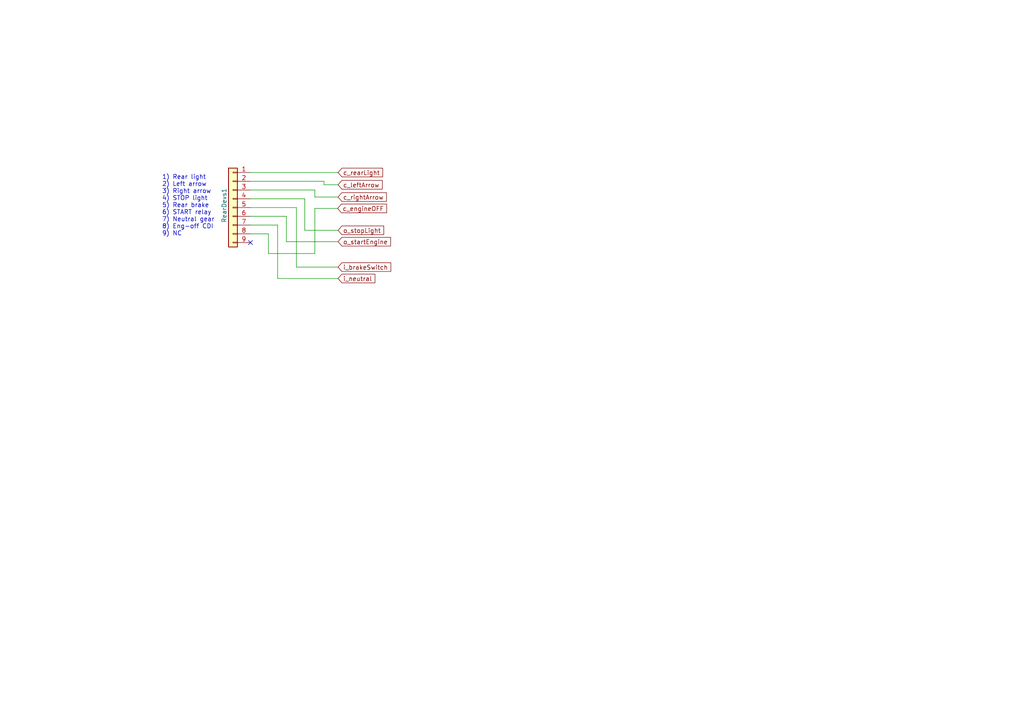
<source format=kicad_sch>
(kicad_sch (version 20211123) (generator eeschema)
  (paper "A4")
  (lib_symbols
    (symbol "Connector_Generic:Conn_01x09" (pin_names (offset 1.016) hide)
      (property "Reference" "J" (at 0 12.7 0))
      (property "Value" "Conn_01x09" (at 0 -12.7 0))
      (symbol "Conn_01x09_1_1"
        (rectangle (start -1.27 -10.033) (end 0 -10.287) (stroke (width 0.1524)))
        (rectangle (start -1.27 -7.493) (end 0 -7.747) (stroke (width 0.1524)))
        (rectangle (start -1.27 -4.953) (end 0 -5.207) (stroke (width 0.1524)))
        (rectangle (start -1.27 -2.413) (end 0 -2.667) (stroke (width 0.1524)))
        (rectangle (start -1.27 0.127) (end 0 -0.127) (stroke (width 0.1524)))
        (rectangle (start -1.27 2.667) (end 0 2.413) (stroke (width 0.1524)))
        (rectangle (start -1.27 5.207) (end 0 4.953) (stroke (width 0.1524)))
        (rectangle (start -1.27 7.747) (end 0 7.493) (stroke (width 0.1524)))
        (rectangle (start -1.27 10.287) (end 0 10.033) (stroke (width 0.1524)))
        (rectangle (start -1.27 11.43) (end 1.27 -11.43) (stroke (width 0.254)) (fill (type background)))
        (pin passive line (at -5.08 10.16 0) (length 3.81) (name "Pin_1") (number "1"))
        (pin passive line (at -5.08 7.62 0) (length 3.81) (name "Pin_2") (number "2"))
        (pin passive line (at -5.08 5.08 0) (length 3.81) (name "Pin_3") (number "3"))
        (pin passive line (at -5.08 2.54 0) (length 3.81) (name "Pin_4") (number "4"))
        (pin passive line (at -5.08 0 0) (length 3.81) (name "Pin_5") (number "5"))
        (pin passive line (at -5.08 -2.54 0) (length 3.81) (name "Pin_6") (number "6"))
        (pin passive line (at -5.08 -5.08 0) (length 3.81) (name "Pin_7") (number "7"))
        (pin passive line (at -5.08 -7.62 0) (length 3.81) (name "Pin_8") (number "8"))
        (pin passive line (at -5.08 -10.16 0) (length 3.81) (name "Pin_9") (number "9"))
      )
    )
  )
  (no_connect (at 72.644 70.358))
  (wire (pts (xy 80.518 80.772) (xy 98.044 80.772)))
  (wire (pts (xy 72.644 52.578) (xy 93.98 52.578)))
  (wire (pts (xy 91.313 55.118) (xy 91.313 57.15)))
  (wire (pts (xy 93.98 52.578) (xy 93.98 53.594)))
  (wire (pts (xy 77.851 73.533) (xy 91.313 73.533)))
  (wire (pts (xy 72.644 57.658) (xy 88.392 57.658)))
  (wire (pts (xy 72.644 65.278) (xy 80.518 65.278)))
  (wire (pts (xy 77.851 67.818) (xy 77.851 73.533)))
  (wire (pts (xy 85.979 60.198) (xy 85.979 77.47)))
  (wire (pts (xy 72.644 55.118) (xy 91.313 55.118)))
  (wire (pts (xy 72.644 60.198) (xy 85.979 60.198)))
  (wire (pts (xy 83.058 62.738) (xy 83.058 70.104)))
  (wire (pts (xy 93.98 53.594) (xy 98.044 53.594)))
  (wire (pts (xy 91.313 73.533) (xy 91.313 60.452)))
  (wire (pts (xy 85.979 77.47) (xy 98.044 77.47)))
  (wire (pts (xy 88.392 66.802) (xy 98.044 66.802)))
  (wire (pts (xy 72.644 62.738) (xy 83.058 62.738)))
  (wire (pts (xy 88.392 57.658) (xy 88.392 66.802)))
  (wire (pts (xy 72.644 50.038) (xy 98.044 50.038)))
  (wire (pts (xy 91.313 60.452) (xy 97.917 60.452)))
  (wire (pts (xy 80.518 65.278) (xy 80.518 80.772)))
  (wire (pts (xy 83.058 70.104) (xy 98.044 70.104)))
  (wire (pts (xy 91.313 57.15) (xy 98.044 57.15)))
  (wire (pts (xy 72.644 67.818) (xy 77.851 67.818)))
  (text "1) Rear light\n2) Left arrow\n3) Right arrow\n4) STOP light\n5) Rear brake\n6) START relay\n7) Neutral gear\n8) Eng-off CDI\n9) NC" (at 46.99 68.58 0) (effects (font (size 1.27 1.27)) (justify left bottom)))
  (global_label "o_startEngine" (shape input) (at 98.044 70.104 0) (property "Riferimenti inter-foglio" "${INTERSHEET_REFS}" (effects hide)))
  (global_label "c_rightArrow" (shape input) (at 98.044 57.15 0) (property "Riferimenti inter-foglio" "${INTERSHEET_REFS}" (effects hide)))
  (global_label "i_neutral" (shape input) (at 98.044 80.772 0) (property "Riferimenti inter-foglio" "${INTERSHEET_REFS}" (effects hide)))
  (global_label "c_rearLight" (shape input) (at 98.044 50.038 0) (property "Riferimenti inter-foglio" "${INTERSHEET_REFS}" (effects hide)))
  (global_label "i_brakeSwitch" (shape input) (at 98.044 77.47 0) (property "Riferimenti inter-foglio" "${INTERSHEET_REFS}" (effects hide)))
  (global_label "c_leftArrow" (shape input) (at 98.044 53.594 0) (property "Riferimenti inter-foglio" "${INTERSHEET_REFS}" (effects hide)))
  (global_label "o_stopLight" (shape input) (at 98.044 66.802 0) (property "Riferimenti inter-foglio" "${INTERSHEET_REFS}" (effects hide)))
  (global_label "c_engineOFF" (shape input) (at 97.917 60.452 0) (property "Riferimenti inter-foglio" "${INTERSHEET_REFS}" (effects hide)))
  (symbol (lib_id "Connector_Generic:Conn_01x09") (at 67.564 60.198 0) (mirror y) (unit 1)
    (property "Reference" "RearDevs1" (at 65.024 64.643 90) (effects (justify left)))
    (property "Value" "Conn_01x09" (effects hide))
    (property "Footprint" "Connector_PinHeader_2.54mm:PinHeader_1x09_P2.54mm_Vertical" (effects hide))
  )
)
</source>
